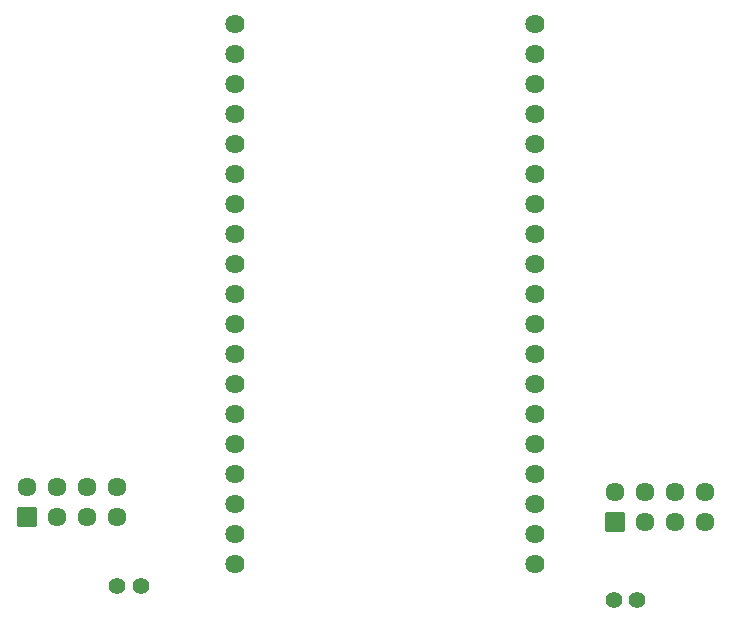
<source format=gbs>
G04 Layer: BottomSolderMaskLayer*
G04 EasyEDA v6.5.46, 2025-04-01 16:54:11*
G04 Gerber Generator version 0.2*
G04 Scale: 100 percent, Rotated: No, Reflected: No *
G04 Dimensions in inches *
G04 leading zeros omitted , absolute positions ,3 integer and 6 decimal *
%FSLAX36Y36*%
%MOIN*%

%AMMACRO1*4,1,8,-0.0305,-0.0317,-0.0317,-0.0305,-0.0317,0.0305,-0.0305,0.0317,0.0305,0.0317,0.0317,0.0305,0.0317,-0.0305,0.0305,-0.0317,-0.0305,-0.0317,0*%
%ADD10C,0.0552*%
%ADD11C,0.0640*%
%ADD12MACRO1*%
%ADD13C,0.0634*%

%LPD*%
D10*
G01*
X2215630Y785000D03*
G01*
X2294369Y785000D03*
G01*
X3870630Y740000D03*
G01*
X3949369Y740000D03*
D11*
G01*
X2610000Y2660000D03*
G01*
X2610000Y2560000D03*
G01*
X2610000Y2460000D03*
G01*
X2610000Y2360000D03*
G01*
X2610000Y2260000D03*
G01*
X2610000Y2160000D03*
G01*
X2610000Y2060000D03*
G01*
X2610000Y1960000D03*
G01*
X2610000Y1860000D03*
G01*
X2610000Y1760000D03*
G01*
X2610000Y1660000D03*
G01*
X2610000Y1560000D03*
G01*
X2610000Y1460000D03*
G01*
X2610000Y1360000D03*
G01*
X2610000Y1260000D03*
G01*
X2610000Y1160000D03*
G01*
X2610000Y1060000D03*
G01*
X2610000Y960000D03*
G01*
X2610000Y860000D03*
G01*
X3610000Y860000D03*
G01*
X3610000Y960000D03*
G01*
X3610000Y1060000D03*
G01*
X3610000Y1160000D03*
G01*
X3610000Y1260000D03*
G01*
X3610000Y1360000D03*
G01*
X3610000Y1460000D03*
G01*
X3610000Y1560000D03*
G01*
X3610000Y1660000D03*
G01*
X3610000Y1760000D03*
G01*
X3610000Y1860000D03*
G01*
X3610000Y1960000D03*
G01*
X3610000Y2060000D03*
G01*
X3610000Y2160000D03*
G01*
X3610000Y2260000D03*
G01*
X3610000Y2360000D03*
G01*
X3610000Y2460000D03*
G01*
X3610000Y2560000D03*
G01*
X3610000Y2660000D03*
D12*
G01*
X1915005Y1014995D03*
D13*
G01*
X1915000Y1115000D03*
G01*
X2015000Y1015000D03*
G01*
X2015000Y1115000D03*
G01*
X2115000Y1015000D03*
G01*
X2115000Y1115000D03*
G01*
X2215000Y1015000D03*
G01*
X2215000Y1115000D03*
D12*
G01*
X3875005Y999995D03*
D13*
G01*
X3875000Y1100000D03*
G01*
X3975000Y1000000D03*
G01*
X3975000Y1100000D03*
G01*
X4075000Y1000000D03*
G01*
X4075000Y1100000D03*
G01*
X4175000Y1000000D03*
G01*
X4175000Y1100000D03*
M02*

</source>
